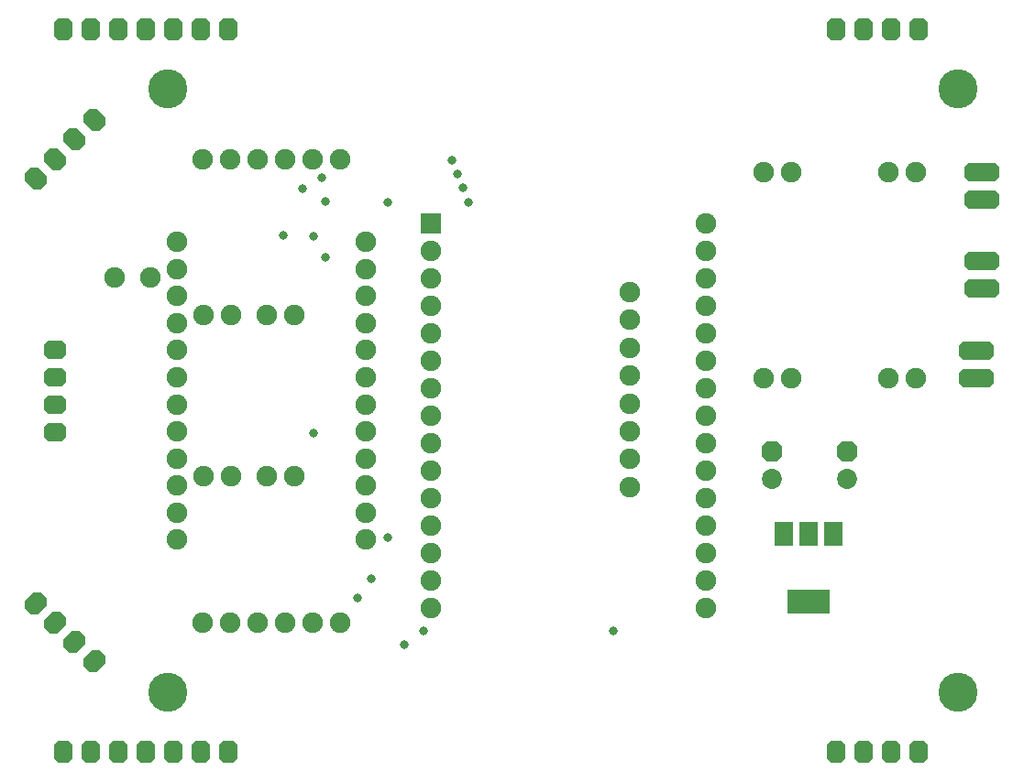
<source format=gts>
G04*
G04 #@! TF.GenerationSoftware,Altium Limited,Altium Designer,23.8.1 (32)*
G04*
G04 Layer_Color=8388736*
%FSLAX25Y25*%
%MOIN*%
G70*
G04*
G04 #@! TF.SameCoordinates,A7975AE5-3418-47AE-AA8E-B0B1D5A969ED*
G04*
G04*
G04 #@! TF.FilePolarity,Negative*
G04*
G01*
G75*
%ADD22R,0.15800X0.08700*%
%ADD23R,0.06700X0.08700*%
G04:AMPARAMS|DCode=24|XSize=128mil|YSize=68mil|CornerRadius=0mil|HoleSize=0mil|Usage=FLASHONLY|Rotation=180.000|XOffset=0mil|YOffset=0mil|HoleType=Round|Shape=Octagon|*
%AMOCTAGOND24*
4,1,8,-0.06400,0.01700,-0.06400,-0.01700,-0.04700,-0.03400,0.04700,-0.03400,0.06400,-0.01700,0.06400,0.01700,0.04700,0.03400,-0.04700,0.03400,-0.06400,0.01700,0.0*
%
%ADD24OCTAGOND24*%

G04:AMPARAMS|DCode=25|XSize=83mil|YSize=68mil|CornerRadius=0mil|HoleSize=0mil|Usage=FLASHONLY|Rotation=270.000|XOffset=0mil|YOffset=0mil|HoleType=Round|Shape=Octagon|*
%AMOCTAGOND25*
4,1,8,-0.01700,-0.04150,0.01700,-0.04150,0.03400,-0.02450,0.03400,0.02450,0.01700,0.04150,-0.01700,0.04150,-0.03400,0.02450,-0.03400,-0.02450,-0.01700,-0.04150,0.0*
%
%ADD25OCTAGOND25*%

%ADD26R,0.07493X0.07493*%
%ADD27C,0.07493*%
%ADD28C,0.14186*%
G04:AMPARAMS|DCode=29|XSize=83mil|YSize=68mil|CornerRadius=0mil|HoleSize=0mil|Usage=FLASHONLY|Rotation=135.000|XOffset=0mil|YOffset=0mil|HoleType=Round|Shape=Octagon|*
%AMOCTAGOND29*
4,1,8,-0.01732,0.04137,-0.04137,0.01732,-0.04137,-0.00672,-0.00672,-0.04137,0.01732,-0.04137,0.04137,-0.01732,0.04137,0.00672,0.00672,0.04137,-0.01732,0.04137,0.0*
%
%ADD29OCTAGOND29*%

G04:AMPARAMS|DCode=30|XSize=83mil|YSize=68mil|CornerRadius=0mil|HoleSize=0mil|Usage=FLASHONLY|Rotation=180.000|XOffset=0mil|YOffset=0mil|HoleType=Round|Shape=Octagon|*
%AMOCTAGOND30*
4,1,8,-0.04150,0.01700,-0.04150,-0.01700,-0.02450,-0.03400,0.02450,-0.03400,0.04150,-0.01700,0.04150,0.01700,0.02450,0.03400,-0.02450,0.03400,-0.04150,0.01700,0.0*
%
%ADD30OCTAGOND30*%

G04:AMPARAMS|DCode=31|XSize=83mil|YSize=68mil|CornerRadius=0mil|HoleSize=0mil|Usage=FLASHONLY|Rotation=225.000|XOffset=0mil|YOffset=0mil|HoleType=Round|Shape=Octagon|*
%AMOCTAGOND31*
4,1,8,-0.04137,-0.01732,-0.01732,-0.04137,0.00672,-0.04137,0.04137,-0.00672,0.04137,0.01732,0.01732,0.04137,-0.00672,0.04137,-0.04137,0.00672,-0.04137,-0.01732,0.0*
%
%ADD31OCTAGOND31*%

G04:AMPARAMS|DCode=32|XSize=73mil|YSize=73mil|CornerRadius=0mil|HoleSize=0mil|Usage=FLASHONLY|Rotation=90.000|XOffset=0mil|YOffset=0mil|HoleType=Round|Shape=Octagon|*
%AMOCTAGOND32*
4,1,8,0.01825,0.03650,-0.01825,0.03650,-0.03650,0.01825,-0.03650,-0.01825,-0.01825,-0.03650,0.01825,-0.03650,0.03650,-0.01825,0.03650,0.01825,0.01825,0.03650,0.0*
%
%ADD32OCTAGOND32*%

%ADD33C,0.07300*%
%ADD34C,0.03162*%
D22*
X599081Y209598D02*
D03*
D23*
X589981Y234398D02*
D03*
X598981D02*
D03*
X607981D02*
D03*
D24*
X662000Y366000D02*
D03*
Y356000D02*
D03*
X660000Y291197D02*
D03*
Y301197D02*
D03*
X662000Y323598D02*
D03*
Y333598D02*
D03*
D25*
X388000Y155000D02*
D03*
X378000D02*
D03*
X368000D02*
D03*
X358000D02*
D03*
X348000D02*
D03*
X338000D02*
D03*
X328000D02*
D03*
X388000Y418000D02*
D03*
X378000D02*
D03*
X368000D02*
D03*
X358000D02*
D03*
X348000D02*
D03*
X338000D02*
D03*
X328000D02*
D03*
X628803Y155000D02*
D03*
X618803D02*
D03*
X608803D02*
D03*
X638803D02*
D03*
X618803Y418000D02*
D03*
X628803D02*
D03*
X638803D02*
D03*
X608803D02*
D03*
D26*
X461678Y347563D02*
D03*
D27*
Y337563D02*
D03*
Y327563D02*
D03*
Y317563D02*
D03*
Y307563D02*
D03*
Y297563D02*
D03*
Y287563D02*
D03*
Y277563D02*
D03*
Y267563D02*
D03*
Y257563D02*
D03*
Y247563D02*
D03*
Y237563D02*
D03*
Y227563D02*
D03*
Y217563D02*
D03*
Y207563D02*
D03*
X561678Y347563D02*
D03*
Y337563D02*
D03*
Y327563D02*
D03*
Y317563D02*
D03*
Y307563D02*
D03*
Y297563D02*
D03*
Y287563D02*
D03*
Y277563D02*
D03*
Y267563D02*
D03*
Y257563D02*
D03*
Y247563D02*
D03*
Y237563D02*
D03*
Y227563D02*
D03*
Y217563D02*
D03*
Y207563D02*
D03*
X438000Y232347D02*
D03*
Y242189D02*
D03*
Y252032D02*
D03*
Y261874D02*
D03*
Y271717D02*
D03*
Y281559D02*
D03*
Y291402D02*
D03*
Y301244D02*
D03*
X369102Y232347D02*
D03*
Y242189D02*
D03*
Y252031D02*
D03*
Y261874D02*
D03*
Y271716D02*
D03*
Y281559D02*
D03*
Y291402D02*
D03*
Y301244D02*
D03*
X438000Y311087D02*
D03*
Y320929D02*
D03*
Y340614D02*
D03*
Y330772D02*
D03*
X369102Y311087D02*
D03*
Y320929D02*
D03*
Y330772D02*
D03*
Y340614D02*
D03*
X378492Y370858D02*
D03*
X388492D02*
D03*
X398492D02*
D03*
X408492D02*
D03*
X418492D02*
D03*
X428492D02*
D03*
X582724Y291197D02*
D03*
X592567D02*
D03*
X637843Y366000D02*
D03*
X628000D02*
D03*
X592567D02*
D03*
X582724D02*
D03*
X628000Y291197D02*
D03*
X637843D02*
D03*
X378492Y202103D02*
D03*
X388492D02*
D03*
X398492D02*
D03*
X408492D02*
D03*
X418492D02*
D03*
X428492D02*
D03*
X359472Y327707D02*
D03*
X346480D02*
D03*
X411992Y255266D02*
D03*
X401992D02*
D03*
X411992Y314124D02*
D03*
X401992D02*
D03*
X389000D02*
D03*
Y255266D02*
D03*
X379000D02*
D03*
Y314124D02*
D03*
X534000Y251505D02*
D03*
Y261629D02*
D03*
Y271753D02*
D03*
Y281876D02*
D03*
Y292000D02*
D03*
Y302124D02*
D03*
Y312247D02*
D03*
Y322371D02*
D03*
D28*
X365929Y396512D02*
D03*
Y176598D02*
D03*
X653331D02*
D03*
Y396512D02*
D03*
D29*
X317929Y363787D02*
D03*
X339142Y385000D02*
D03*
X332071Y377929D02*
D03*
X325000Y370858D02*
D03*
D30*
Y271480D02*
D03*
Y301480D02*
D03*
Y291480D02*
D03*
Y281480D02*
D03*
D31*
X332071Y195032D02*
D03*
X325000Y202103D02*
D03*
X317929Y209174D02*
D03*
X339142Y187961D02*
D03*
D32*
X585562Y264398D02*
D03*
X613000D02*
D03*
D33*
X585562Y254398D02*
D03*
X613000D02*
D03*
D34*
X475100Y355000D02*
D03*
X473300Y360500D02*
D03*
X469300Y370500D02*
D03*
X471300Y365500D02*
D03*
X445900Y233200D02*
D03*
X407952Y342952D02*
D03*
X439819Y218181D02*
D03*
X452000Y194000D02*
D03*
X446000Y355000D02*
D03*
X418949Y342817D02*
D03*
X423311Y335000D02*
D03*
Y355311D02*
D03*
X422000Y364181D02*
D03*
X414819Y360000D02*
D03*
X528000Y199181D02*
D03*
X459000D02*
D03*
X419000Y271000D02*
D03*
X435000Y211000D02*
D03*
M02*

</source>
